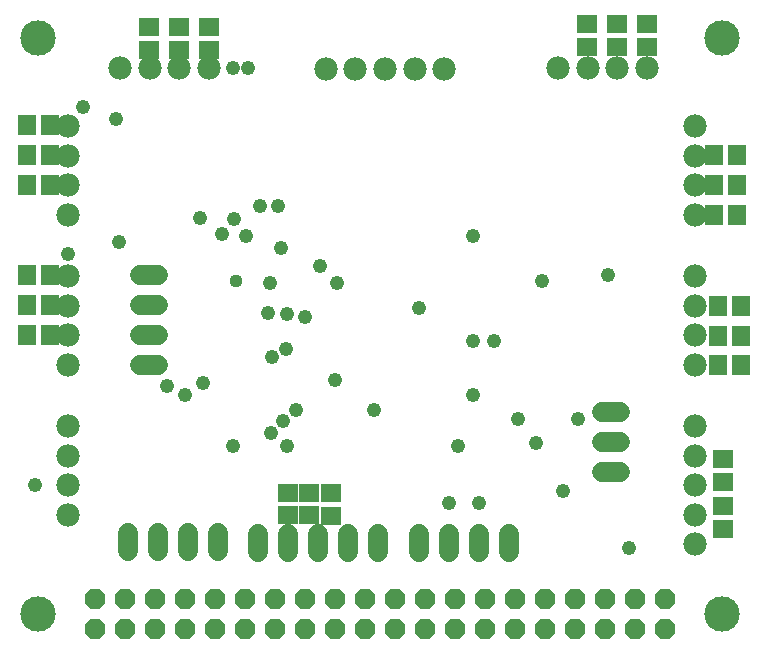
<source format=gbs>
G75*
G70*
%OFA0B0*%
%FSLAX24Y24*%
%IPPOS*%
%LPD*%
%AMOC8*
5,1,8,0,0,1.08239X$1,22.5*
%
%ADD10C,0.1182*%
%ADD11C,0.0680*%
%ADD12R,0.0671X0.0592*%
%ADD13R,0.0592X0.0671*%
%ADD14C,0.0780*%
%ADD15OC8,0.0680*%
%ADD16C,0.0480*%
%ADD17C,0.0437*%
D10*
X001819Y001580D03*
X001819Y020780D03*
X024619Y020780D03*
X024619Y001580D03*
D11*
X021194Y006338D02*
X020594Y006338D01*
X020594Y007338D02*
X021194Y007338D01*
X021194Y008338D02*
X020594Y008338D01*
X017521Y004265D02*
X017521Y003665D01*
X016521Y003665D02*
X016521Y004265D01*
X015521Y004265D02*
X015521Y003665D01*
X014521Y003665D02*
X014521Y004265D01*
X013156Y004273D02*
X013156Y003673D01*
X012156Y003673D02*
X012156Y004273D01*
X011156Y004273D02*
X011156Y003673D01*
X010156Y003673D02*
X010156Y004273D01*
X009156Y004273D02*
X009156Y003673D01*
X007791Y003680D02*
X007791Y004280D01*
X006791Y004280D02*
X006791Y003680D01*
X005791Y003680D02*
X005791Y004280D01*
X004791Y004280D02*
X004791Y003680D01*
X005219Y009880D02*
X005819Y009880D01*
X005819Y010880D02*
X005219Y010880D01*
X005219Y011880D02*
X005819Y011880D01*
X005819Y012880D02*
X005219Y012880D01*
D12*
X010152Y005626D03*
X010841Y005626D03*
X011561Y005621D03*
X011561Y004873D03*
X010841Y004878D03*
X010152Y004878D03*
X024656Y005180D03*
X024656Y004432D03*
X024656Y006007D03*
X024656Y006755D03*
X022119Y020506D03*
X022119Y021254D03*
X021119Y021254D03*
X021119Y020506D03*
X020119Y020506D03*
X020119Y021254D03*
X007519Y021154D03*
X007519Y020406D03*
X006519Y020406D03*
X006519Y021154D03*
X005519Y021154D03*
X005519Y020406D03*
D13*
X002193Y017880D03*
X001445Y017880D03*
X001445Y016880D03*
X002193Y016880D03*
X002193Y015880D03*
X001445Y015880D03*
X001445Y012880D03*
X002193Y012880D03*
X002193Y011880D03*
X001445Y011880D03*
X001445Y010880D03*
X002193Y010880D03*
X024479Y010872D03*
X025227Y010872D03*
X025227Y009887D03*
X024479Y009887D03*
X024479Y011856D03*
X025227Y011856D03*
X025093Y014880D03*
X024345Y014880D03*
X024345Y015880D03*
X025093Y015880D03*
X025093Y016880D03*
X024345Y016880D03*
D14*
X023719Y016872D03*
X023719Y017856D03*
X023719Y015888D03*
X023719Y014904D03*
X023719Y012856D03*
X023719Y011872D03*
X023719Y010888D03*
X023719Y009904D03*
X023719Y007849D03*
X023719Y006864D03*
X023719Y005880D03*
X023719Y004896D03*
X023719Y003911D03*
X022095Y019780D03*
X021111Y019780D03*
X020127Y019780D03*
X019143Y019780D03*
X015341Y019767D03*
X014357Y019767D03*
X013372Y019767D03*
X012388Y019767D03*
X011404Y019767D03*
X007495Y019780D03*
X006511Y019780D03*
X005527Y019780D03*
X004543Y019780D03*
X002819Y017856D03*
X002819Y016872D03*
X002819Y015888D03*
X002819Y014904D03*
X002819Y012856D03*
X002819Y011872D03*
X002819Y010888D03*
X002819Y009904D03*
X002819Y007856D03*
X002819Y006872D03*
X002819Y005888D03*
X002819Y004904D03*
D15*
X003719Y002080D03*
X004719Y002080D03*
X005719Y002080D03*
X006719Y002080D03*
X007719Y002080D03*
X008719Y002080D03*
X009719Y002080D03*
X010719Y002080D03*
X011719Y002080D03*
X012719Y002080D03*
X013719Y002080D03*
X014719Y002080D03*
X015719Y002080D03*
X016719Y002080D03*
X017719Y002080D03*
X018719Y002080D03*
X019719Y002080D03*
X020719Y002080D03*
X021719Y002080D03*
X022719Y002080D03*
X022719Y001080D03*
X021719Y001080D03*
X020719Y001080D03*
X019719Y001080D03*
X018719Y001080D03*
X017719Y001080D03*
X016719Y001080D03*
X015719Y001080D03*
X014719Y001080D03*
X013719Y001080D03*
X012719Y001080D03*
X011719Y001080D03*
X010719Y001080D03*
X009719Y001080D03*
X008719Y001080D03*
X007719Y001080D03*
X006719Y001080D03*
X005719Y001080D03*
X004719Y001080D03*
X003719Y001080D03*
D16*
X001719Y005880D03*
X006119Y009180D03*
X006719Y008880D03*
X007307Y009284D03*
X009569Y007630D03*
X009969Y008030D03*
X010419Y008380D03*
X010119Y007180D03*
X008319Y007180D03*
X011719Y009380D03*
X013019Y008380D03*
X015819Y007180D03*
X017819Y008080D03*
X018419Y007280D03*
X019819Y008080D03*
X019319Y005680D03*
X021494Y003805D03*
X016519Y005280D03*
X015519Y005280D03*
X016319Y008880D03*
X016319Y010680D03*
X017019Y010680D03*
X018622Y012693D03*
X016319Y014180D03*
X014519Y011780D03*
X011785Y012632D03*
X011219Y013180D03*
X009919Y013780D03*
X009534Y012618D03*
X009472Y011608D03*
X010112Y011605D03*
X010719Y011480D03*
X010063Y010416D03*
X009619Y010143D03*
X008736Y014204D03*
X008341Y014749D03*
X007947Y014256D03*
X007219Y014780D03*
X009219Y015180D03*
X009819Y015180D03*
X004519Y013980D03*
X002819Y013580D03*
X004419Y018080D03*
X003319Y018480D03*
X008319Y019780D03*
X008819Y019780D03*
X020819Y012880D03*
D17*
X008419Y012680D03*
M02*

</source>
